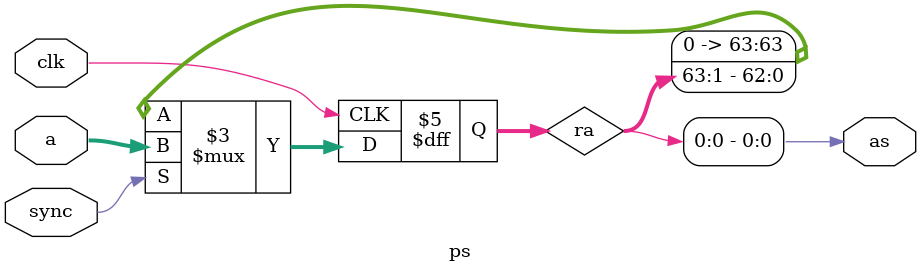
<source format=v>
module ps(input wire[63:0] a,
	  input wire  sync,
	  input wire  clk,
	  output wire as);
   
   reg [63:0] 	      ra;
   
   always @(posedge clk)
     if (sync)
       ra <= a;
     else
       ra <= {1'b0, ra[63:1]};
   
   assign as = ra[0];

endmodule // ps

</source>
